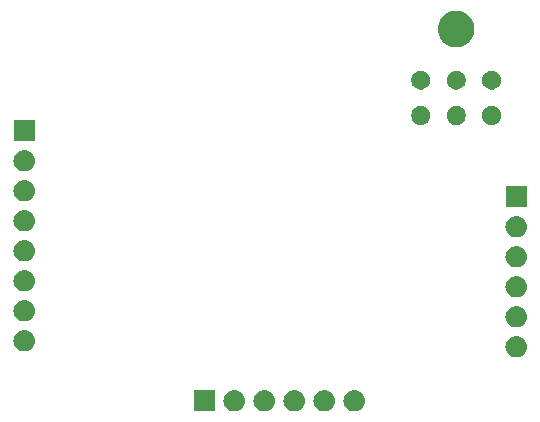
<source format=gbr>
G04 #@! TF.GenerationSoftware,KiCad,Pcbnew,(5.0.2)-1*
G04 #@! TF.CreationDate,2019-03-06T23:20:25-07:00*
G04 #@! TF.ProjectId,Sensor_Board,53656e73-6f72-45f4-926f-6172642e6b69,rev?*
G04 #@! TF.SameCoordinates,Original*
G04 #@! TF.FileFunction,Soldermask,Bot*
G04 #@! TF.FilePolarity,Negative*
%FSLAX46Y46*%
G04 Gerber Fmt 4.6, Leading zero omitted, Abs format (unit mm)*
G04 Created by KiCad (PCBNEW (5.0.2)-1) date 2019-03-06 11:20:25 PM*
%MOMM*%
%LPD*%
G01*
G04 APERTURE LIST*
%ADD10C,0.100000*%
G04 APERTURE END LIST*
D10*
G36*
X112886442Y-117469518D02*
X112952627Y-117476037D01*
X113065853Y-117510384D01*
X113122467Y-117527557D01*
X113261087Y-117601652D01*
X113278991Y-117611222D01*
X113314729Y-117640552D01*
X113416186Y-117723814D01*
X113499448Y-117825271D01*
X113528778Y-117861009D01*
X113528779Y-117861011D01*
X113612443Y-118017533D01*
X113612443Y-118017534D01*
X113663963Y-118187373D01*
X113681359Y-118364000D01*
X113663963Y-118540627D01*
X113629616Y-118653853D01*
X113612443Y-118710467D01*
X113538348Y-118849087D01*
X113528778Y-118866991D01*
X113499448Y-118902729D01*
X113416186Y-119004186D01*
X113314729Y-119087448D01*
X113278991Y-119116778D01*
X113278989Y-119116779D01*
X113122467Y-119200443D01*
X113065853Y-119217616D01*
X112952627Y-119251963D01*
X112886443Y-119258481D01*
X112820260Y-119265000D01*
X112731740Y-119265000D01*
X112665557Y-119258481D01*
X112599373Y-119251963D01*
X112486147Y-119217616D01*
X112429533Y-119200443D01*
X112273011Y-119116779D01*
X112273009Y-119116778D01*
X112237271Y-119087448D01*
X112135814Y-119004186D01*
X112052552Y-118902729D01*
X112023222Y-118866991D01*
X112013652Y-118849087D01*
X111939557Y-118710467D01*
X111922384Y-118653853D01*
X111888037Y-118540627D01*
X111870641Y-118364000D01*
X111888037Y-118187373D01*
X111939557Y-118017534D01*
X111939557Y-118017533D01*
X112023221Y-117861011D01*
X112023222Y-117861009D01*
X112052552Y-117825271D01*
X112135814Y-117723814D01*
X112237271Y-117640552D01*
X112273009Y-117611222D01*
X112290913Y-117601652D01*
X112429533Y-117527557D01*
X112486147Y-117510384D01*
X112599373Y-117476037D01*
X112665558Y-117469518D01*
X112731740Y-117463000D01*
X112820260Y-117463000D01*
X112886442Y-117469518D01*
X112886442Y-117469518D01*
G37*
G36*
X107806442Y-117469518D02*
X107872627Y-117476037D01*
X107985853Y-117510384D01*
X108042467Y-117527557D01*
X108181087Y-117601652D01*
X108198991Y-117611222D01*
X108234729Y-117640552D01*
X108336186Y-117723814D01*
X108419448Y-117825271D01*
X108448778Y-117861009D01*
X108448779Y-117861011D01*
X108532443Y-118017533D01*
X108532443Y-118017534D01*
X108583963Y-118187373D01*
X108601359Y-118364000D01*
X108583963Y-118540627D01*
X108549616Y-118653853D01*
X108532443Y-118710467D01*
X108458348Y-118849087D01*
X108448778Y-118866991D01*
X108419448Y-118902729D01*
X108336186Y-119004186D01*
X108234729Y-119087448D01*
X108198991Y-119116778D01*
X108198989Y-119116779D01*
X108042467Y-119200443D01*
X107985853Y-119217616D01*
X107872627Y-119251963D01*
X107806443Y-119258481D01*
X107740260Y-119265000D01*
X107651740Y-119265000D01*
X107585557Y-119258481D01*
X107519373Y-119251963D01*
X107406147Y-119217616D01*
X107349533Y-119200443D01*
X107193011Y-119116779D01*
X107193009Y-119116778D01*
X107157271Y-119087448D01*
X107055814Y-119004186D01*
X106972552Y-118902729D01*
X106943222Y-118866991D01*
X106933652Y-118849087D01*
X106859557Y-118710467D01*
X106842384Y-118653853D01*
X106808037Y-118540627D01*
X106790641Y-118364000D01*
X106808037Y-118187373D01*
X106859557Y-118017534D01*
X106859557Y-118017533D01*
X106943221Y-117861011D01*
X106943222Y-117861009D01*
X106972552Y-117825271D01*
X107055814Y-117723814D01*
X107157271Y-117640552D01*
X107193009Y-117611222D01*
X107210913Y-117601652D01*
X107349533Y-117527557D01*
X107406147Y-117510384D01*
X107519373Y-117476037D01*
X107585558Y-117469518D01*
X107651740Y-117463000D01*
X107740260Y-117463000D01*
X107806442Y-117469518D01*
X107806442Y-117469518D01*
G37*
G36*
X105266442Y-117469518D02*
X105332627Y-117476037D01*
X105445853Y-117510384D01*
X105502467Y-117527557D01*
X105641087Y-117601652D01*
X105658991Y-117611222D01*
X105694729Y-117640552D01*
X105796186Y-117723814D01*
X105879448Y-117825271D01*
X105908778Y-117861009D01*
X105908779Y-117861011D01*
X105992443Y-118017533D01*
X105992443Y-118017534D01*
X106043963Y-118187373D01*
X106061359Y-118364000D01*
X106043963Y-118540627D01*
X106009616Y-118653853D01*
X105992443Y-118710467D01*
X105918348Y-118849087D01*
X105908778Y-118866991D01*
X105879448Y-118902729D01*
X105796186Y-119004186D01*
X105694729Y-119087448D01*
X105658991Y-119116778D01*
X105658989Y-119116779D01*
X105502467Y-119200443D01*
X105445853Y-119217616D01*
X105332627Y-119251963D01*
X105266443Y-119258481D01*
X105200260Y-119265000D01*
X105111740Y-119265000D01*
X105045557Y-119258481D01*
X104979373Y-119251963D01*
X104866147Y-119217616D01*
X104809533Y-119200443D01*
X104653011Y-119116779D01*
X104653009Y-119116778D01*
X104617271Y-119087448D01*
X104515814Y-119004186D01*
X104432552Y-118902729D01*
X104403222Y-118866991D01*
X104393652Y-118849087D01*
X104319557Y-118710467D01*
X104302384Y-118653853D01*
X104268037Y-118540627D01*
X104250641Y-118364000D01*
X104268037Y-118187373D01*
X104319557Y-118017534D01*
X104319557Y-118017533D01*
X104403221Y-117861011D01*
X104403222Y-117861009D01*
X104432552Y-117825271D01*
X104515814Y-117723814D01*
X104617271Y-117640552D01*
X104653009Y-117611222D01*
X104670913Y-117601652D01*
X104809533Y-117527557D01*
X104866147Y-117510384D01*
X104979373Y-117476037D01*
X105045558Y-117469518D01*
X105111740Y-117463000D01*
X105200260Y-117463000D01*
X105266442Y-117469518D01*
X105266442Y-117469518D01*
G37*
G36*
X102726442Y-117469518D02*
X102792627Y-117476037D01*
X102905853Y-117510384D01*
X102962467Y-117527557D01*
X103101087Y-117601652D01*
X103118991Y-117611222D01*
X103154729Y-117640552D01*
X103256186Y-117723814D01*
X103339448Y-117825271D01*
X103368778Y-117861009D01*
X103368779Y-117861011D01*
X103452443Y-118017533D01*
X103452443Y-118017534D01*
X103503963Y-118187373D01*
X103521359Y-118364000D01*
X103503963Y-118540627D01*
X103469616Y-118653853D01*
X103452443Y-118710467D01*
X103378348Y-118849087D01*
X103368778Y-118866991D01*
X103339448Y-118902729D01*
X103256186Y-119004186D01*
X103154729Y-119087448D01*
X103118991Y-119116778D01*
X103118989Y-119116779D01*
X102962467Y-119200443D01*
X102905853Y-119217616D01*
X102792627Y-119251963D01*
X102726443Y-119258481D01*
X102660260Y-119265000D01*
X102571740Y-119265000D01*
X102505557Y-119258481D01*
X102439373Y-119251963D01*
X102326147Y-119217616D01*
X102269533Y-119200443D01*
X102113011Y-119116779D01*
X102113009Y-119116778D01*
X102077271Y-119087448D01*
X101975814Y-119004186D01*
X101892552Y-118902729D01*
X101863222Y-118866991D01*
X101853652Y-118849087D01*
X101779557Y-118710467D01*
X101762384Y-118653853D01*
X101728037Y-118540627D01*
X101710641Y-118364000D01*
X101728037Y-118187373D01*
X101779557Y-118017534D01*
X101779557Y-118017533D01*
X101863221Y-117861011D01*
X101863222Y-117861009D01*
X101892552Y-117825271D01*
X101975814Y-117723814D01*
X102077271Y-117640552D01*
X102113009Y-117611222D01*
X102130913Y-117601652D01*
X102269533Y-117527557D01*
X102326147Y-117510384D01*
X102439373Y-117476037D01*
X102505558Y-117469518D01*
X102571740Y-117463000D01*
X102660260Y-117463000D01*
X102726442Y-117469518D01*
X102726442Y-117469518D01*
G37*
G36*
X100977000Y-119265000D02*
X99175000Y-119265000D01*
X99175000Y-117463000D01*
X100977000Y-117463000D01*
X100977000Y-119265000D01*
X100977000Y-119265000D01*
G37*
G36*
X110346442Y-117469518D02*
X110412627Y-117476037D01*
X110525853Y-117510384D01*
X110582467Y-117527557D01*
X110721087Y-117601652D01*
X110738991Y-117611222D01*
X110774729Y-117640552D01*
X110876186Y-117723814D01*
X110959448Y-117825271D01*
X110988778Y-117861009D01*
X110988779Y-117861011D01*
X111072443Y-118017533D01*
X111072443Y-118017534D01*
X111123963Y-118187373D01*
X111141359Y-118364000D01*
X111123963Y-118540627D01*
X111089616Y-118653853D01*
X111072443Y-118710467D01*
X110998348Y-118849087D01*
X110988778Y-118866991D01*
X110959448Y-118902729D01*
X110876186Y-119004186D01*
X110774729Y-119087448D01*
X110738991Y-119116778D01*
X110738989Y-119116779D01*
X110582467Y-119200443D01*
X110525853Y-119217616D01*
X110412627Y-119251963D01*
X110346443Y-119258481D01*
X110280260Y-119265000D01*
X110191740Y-119265000D01*
X110125557Y-119258481D01*
X110059373Y-119251963D01*
X109946147Y-119217616D01*
X109889533Y-119200443D01*
X109733011Y-119116779D01*
X109733009Y-119116778D01*
X109697271Y-119087448D01*
X109595814Y-119004186D01*
X109512552Y-118902729D01*
X109483222Y-118866991D01*
X109473652Y-118849087D01*
X109399557Y-118710467D01*
X109382384Y-118653853D01*
X109348037Y-118540627D01*
X109330641Y-118364000D01*
X109348037Y-118187373D01*
X109399557Y-118017534D01*
X109399557Y-118017533D01*
X109483221Y-117861011D01*
X109483222Y-117861009D01*
X109512552Y-117825271D01*
X109595814Y-117723814D01*
X109697271Y-117640552D01*
X109733009Y-117611222D01*
X109750913Y-117601652D01*
X109889533Y-117527557D01*
X109946147Y-117510384D01*
X110059373Y-117476037D01*
X110125558Y-117469518D01*
X110191740Y-117463000D01*
X110280260Y-117463000D01*
X110346442Y-117469518D01*
X110346442Y-117469518D01*
G37*
G36*
X126602442Y-112897518D02*
X126668627Y-112904037D01*
X126779049Y-112937533D01*
X126838467Y-112955557D01*
X126977087Y-113029652D01*
X126994991Y-113039222D01*
X127030729Y-113068552D01*
X127132186Y-113151814D01*
X127215448Y-113253271D01*
X127244778Y-113289009D01*
X127244779Y-113289011D01*
X127328443Y-113445533D01*
X127345616Y-113502147D01*
X127379963Y-113615373D01*
X127397359Y-113792000D01*
X127379963Y-113968627D01*
X127359289Y-114036779D01*
X127328443Y-114138467D01*
X127303570Y-114185000D01*
X127244778Y-114294991D01*
X127215448Y-114330729D01*
X127132186Y-114432186D01*
X127030729Y-114515448D01*
X126994991Y-114544778D01*
X126994989Y-114544779D01*
X126838467Y-114628443D01*
X126781853Y-114645616D01*
X126668627Y-114679963D01*
X126602443Y-114686481D01*
X126536260Y-114693000D01*
X126447740Y-114693000D01*
X126381557Y-114686481D01*
X126315373Y-114679963D01*
X126202147Y-114645616D01*
X126145533Y-114628443D01*
X125989011Y-114544779D01*
X125989009Y-114544778D01*
X125953271Y-114515448D01*
X125851814Y-114432186D01*
X125768552Y-114330729D01*
X125739222Y-114294991D01*
X125680430Y-114185000D01*
X125655557Y-114138467D01*
X125624711Y-114036779D01*
X125604037Y-113968627D01*
X125586641Y-113792000D01*
X125604037Y-113615373D01*
X125638384Y-113502147D01*
X125655557Y-113445533D01*
X125739221Y-113289011D01*
X125739222Y-113289009D01*
X125768552Y-113253271D01*
X125851814Y-113151814D01*
X125953271Y-113068552D01*
X125989009Y-113039222D01*
X126006913Y-113029652D01*
X126145533Y-112955557D01*
X126204951Y-112937533D01*
X126315373Y-112904037D01*
X126381558Y-112897518D01*
X126447740Y-112891000D01*
X126536260Y-112891000D01*
X126602442Y-112897518D01*
X126602442Y-112897518D01*
G37*
G36*
X84946443Y-112389519D02*
X85012627Y-112396037D01*
X85125853Y-112430384D01*
X85182467Y-112447557D01*
X85321087Y-112521652D01*
X85338991Y-112531222D01*
X85374729Y-112560552D01*
X85476186Y-112643814D01*
X85559448Y-112745271D01*
X85588778Y-112781009D01*
X85588779Y-112781011D01*
X85672443Y-112937533D01*
X85672443Y-112937534D01*
X85723963Y-113107373D01*
X85741359Y-113284000D01*
X85723963Y-113460627D01*
X85689616Y-113573853D01*
X85672443Y-113630467D01*
X85598348Y-113769087D01*
X85588778Y-113786991D01*
X85584667Y-113792000D01*
X85476186Y-113924186D01*
X85374729Y-114007448D01*
X85338991Y-114036778D01*
X85338989Y-114036779D01*
X85182467Y-114120443D01*
X85125853Y-114137616D01*
X85012627Y-114171963D01*
X84946442Y-114178482D01*
X84880260Y-114185000D01*
X84791740Y-114185000D01*
X84725558Y-114178482D01*
X84659373Y-114171963D01*
X84546147Y-114137616D01*
X84489533Y-114120443D01*
X84333011Y-114036779D01*
X84333009Y-114036778D01*
X84297271Y-114007448D01*
X84195814Y-113924186D01*
X84087333Y-113792000D01*
X84083222Y-113786991D01*
X84073652Y-113769087D01*
X83999557Y-113630467D01*
X83982384Y-113573853D01*
X83948037Y-113460627D01*
X83930641Y-113284000D01*
X83948037Y-113107373D01*
X83999557Y-112937534D01*
X83999557Y-112937533D01*
X84083221Y-112781011D01*
X84083222Y-112781009D01*
X84112552Y-112745271D01*
X84195814Y-112643814D01*
X84297271Y-112560552D01*
X84333009Y-112531222D01*
X84350913Y-112521652D01*
X84489533Y-112447557D01*
X84546147Y-112430384D01*
X84659373Y-112396037D01*
X84725557Y-112389519D01*
X84791740Y-112383000D01*
X84880260Y-112383000D01*
X84946443Y-112389519D01*
X84946443Y-112389519D01*
G37*
G36*
X126602443Y-110357519D02*
X126668627Y-110364037D01*
X126779049Y-110397533D01*
X126838467Y-110415557D01*
X126977087Y-110489652D01*
X126994991Y-110499222D01*
X127030729Y-110528552D01*
X127132186Y-110611814D01*
X127215448Y-110713271D01*
X127244778Y-110749009D01*
X127244779Y-110749011D01*
X127328443Y-110905533D01*
X127345616Y-110962147D01*
X127379963Y-111075373D01*
X127397359Y-111252000D01*
X127379963Y-111428627D01*
X127359289Y-111496779D01*
X127328443Y-111598467D01*
X127303570Y-111645000D01*
X127244778Y-111754991D01*
X127215448Y-111790729D01*
X127132186Y-111892186D01*
X127030729Y-111975448D01*
X126994991Y-112004778D01*
X126994989Y-112004779D01*
X126838467Y-112088443D01*
X126781853Y-112105616D01*
X126668627Y-112139963D01*
X126602443Y-112146481D01*
X126536260Y-112153000D01*
X126447740Y-112153000D01*
X126381557Y-112146481D01*
X126315373Y-112139963D01*
X126202147Y-112105616D01*
X126145533Y-112088443D01*
X125989011Y-112004779D01*
X125989009Y-112004778D01*
X125953271Y-111975448D01*
X125851814Y-111892186D01*
X125768552Y-111790729D01*
X125739222Y-111754991D01*
X125680430Y-111645000D01*
X125655557Y-111598467D01*
X125624711Y-111496779D01*
X125604037Y-111428627D01*
X125586641Y-111252000D01*
X125604037Y-111075373D01*
X125638384Y-110962147D01*
X125655557Y-110905533D01*
X125739221Y-110749011D01*
X125739222Y-110749009D01*
X125768552Y-110713271D01*
X125851814Y-110611814D01*
X125953271Y-110528552D01*
X125989009Y-110499222D01*
X126006913Y-110489652D01*
X126145533Y-110415557D01*
X126204951Y-110397533D01*
X126315373Y-110364037D01*
X126381557Y-110357519D01*
X126447740Y-110351000D01*
X126536260Y-110351000D01*
X126602443Y-110357519D01*
X126602443Y-110357519D01*
G37*
G36*
X84946443Y-109849519D02*
X85012627Y-109856037D01*
X85125853Y-109890384D01*
X85182467Y-109907557D01*
X85321087Y-109981652D01*
X85338991Y-109991222D01*
X85374729Y-110020552D01*
X85476186Y-110103814D01*
X85559448Y-110205271D01*
X85588778Y-110241009D01*
X85588779Y-110241011D01*
X85672443Y-110397533D01*
X85672443Y-110397534D01*
X85723963Y-110567373D01*
X85741359Y-110744000D01*
X85723963Y-110920627D01*
X85689616Y-111033853D01*
X85672443Y-111090467D01*
X85598348Y-111229087D01*
X85588778Y-111246991D01*
X85584667Y-111252000D01*
X85476186Y-111384186D01*
X85374729Y-111467448D01*
X85338991Y-111496778D01*
X85338989Y-111496779D01*
X85182467Y-111580443D01*
X85125853Y-111597616D01*
X85012627Y-111631963D01*
X84946443Y-111638481D01*
X84880260Y-111645000D01*
X84791740Y-111645000D01*
X84725557Y-111638481D01*
X84659373Y-111631963D01*
X84546147Y-111597616D01*
X84489533Y-111580443D01*
X84333011Y-111496779D01*
X84333009Y-111496778D01*
X84297271Y-111467448D01*
X84195814Y-111384186D01*
X84087333Y-111252000D01*
X84083222Y-111246991D01*
X84073652Y-111229087D01*
X83999557Y-111090467D01*
X83982384Y-111033853D01*
X83948037Y-110920627D01*
X83930641Y-110744000D01*
X83948037Y-110567373D01*
X83999557Y-110397534D01*
X83999557Y-110397533D01*
X84083221Y-110241011D01*
X84083222Y-110241009D01*
X84112552Y-110205271D01*
X84195814Y-110103814D01*
X84297271Y-110020552D01*
X84333009Y-109991222D01*
X84350913Y-109981652D01*
X84489533Y-109907557D01*
X84546147Y-109890384D01*
X84659373Y-109856037D01*
X84725557Y-109849519D01*
X84791740Y-109843000D01*
X84880260Y-109843000D01*
X84946443Y-109849519D01*
X84946443Y-109849519D01*
G37*
G36*
X126602443Y-107817519D02*
X126668627Y-107824037D01*
X126779049Y-107857533D01*
X126838467Y-107875557D01*
X126977087Y-107949652D01*
X126994991Y-107959222D01*
X127030729Y-107988552D01*
X127132186Y-108071814D01*
X127215448Y-108173271D01*
X127244778Y-108209009D01*
X127244779Y-108209011D01*
X127328443Y-108365533D01*
X127345616Y-108422147D01*
X127379963Y-108535373D01*
X127397359Y-108712000D01*
X127379963Y-108888627D01*
X127359289Y-108956779D01*
X127328443Y-109058467D01*
X127303570Y-109105000D01*
X127244778Y-109214991D01*
X127215448Y-109250729D01*
X127132186Y-109352186D01*
X127030729Y-109435448D01*
X126994991Y-109464778D01*
X126994989Y-109464779D01*
X126838467Y-109548443D01*
X126781853Y-109565616D01*
X126668627Y-109599963D01*
X126602442Y-109606482D01*
X126536260Y-109613000D01*
X126447740Y-109613000D01*
X126381558Y-109606482D01*
X126315373Y-109599963D01*
X126202147Y-109565616D01*
X126145533Y-109548443D01*
X125989011Y-109464779D01*
X125989009Y-109464778D01*
X125953271Y-109435448D01*
X125851814Y-109352186D01*
X125768552Y-109250729D01*
X125739222Y-109214991D01*
X125680430Y-109105000D01*
X125655557Y-109058467D01*
X125624711Y-108956779D01*
X125604037Y-108888627D01*
X125586641Y-108712000D01*
X125604037Y-108535373D01*
X125638384Y-108422147D01*
X125655557Y-108365533D01*
X125739221Y-108209011D01*
X125739222Y-108209009D01*
X125768552Y-108173271D01*
X125851814Y-108071814D01*
X125953271Y-107988552D01*
X125989009Y-107959222D01*
X126006913Y-107949652D01*
X126145533Y-107875557D01*
X126204951Y-107857533D01*
X126315373Y-107824037D01*
X126381557Y-107817519D01*
X126447740Y-107811000D01*
X126536260Y-107811000D01*
X126602443Y-107817519D01*
X126602443Y-107817519D01*
G37*
G36*
X84946442Y-107309518D02*
X85012627Y-107316037D01*
X85125853Y-107350384D01*
X85182467Y-107367557D01*
X85321087Y-107441652D01*
X85338991Y-107451222D01*
X85374729Y-107480552D01*
X85476186Y-107563814D01*
X85559448Y-107665271D01*
X85588778Y-107701009D01*
X85588779Y-107701011D01*
X85672443Y-107857533D01*
X85672443Y-107857534D01*
X85723963Y-108027373D01*
X85741359Y-108204000D01*
X85723963Y-108380627D01*
X85689616Y-108493853D01*
X85672443Y-108550467D01*
X85598348Y-108689087D01*
X85588778Y-108706991D01*
X85584667Y-108712000D01*
X85476186Y-108844186D01*
X85374729Y-108927448D01*
X85338991Y-108956778D01*
X85338989Y-108956779D01*
X85182467Y-109040443D01*
X85125853Y-109057616D01*
X85012627Y-109091963D01*
X84946443Y-109098481D01*
X84880260Y-109105000D01*
X84791740Y-109105000D01*
X84725557Y-109098481D01*
X84659373Y-109091963D01*
X84546147Y-109057616D01*
X84489533Y-109040443D01*
X84333011Y-108956779D01*
X84333009Y-108956778D01*
X84297271Y-108927448D01*
X84195814Y-108844186D01*
X84087333Y-108712000D01*
X84083222Y-108706991D01*
X84073652Y-108689087D01*
X83999557Y-108550467D01*
X83982384Y-108493853D01*
X83948037Y-108380627D01*
X83930641Y-108204000D01*
X83948037Y-108027373D01*
X83999557Y-107857534D01*
X83999557Y-107857533D01*
X84083221Y-107701011D01*
X84083222Y-107701009D01*
X84112552Y-107665271D01*
X84195814Y-107563814D01*
X84297271Y-107480552D01*
X84333009Y-107451222D01*
X84350913Y-107441652D01*
X84489533Y-107367557D01*
X84546147Y-107350384D01*
X84659373Y-107316037D01*
X84725558Y-107309518D01*
X84791740Y-107303000D01*
X84880260Y-107303000D01*
X84946442Y-107309518D01*
X84946442Y-107309518D01*
G37*
G36*
X126602443Y-105277519D02*
X126668627Y-105284037D01*
X126779049Y-105317533D01*
X126838467Y-105335557D01*
X126977087Y-105409652D01*
X126994991Y-105419222D01*
X127030729Y-105448552D01*
X127132186Y-105531814D01*
X127215448Y-105633271D01*
X127244778Y-105669009D01*
X127244779Y-105669011D01*
X127328443Y-105825533D01*
X127345616Y-105882147D01*
X127379963Y-105995373D01*
X127397359Y-106172000D01*
X127379963Y-106348627D01*
X127359289Y-106416779D01*
X127328443Y-106518467D01*
X127303570Y-106565000D01*
X127244778Y-106674991D01*
X127215448Y-106710729D01*
X127132186Y-106812186D01*
X127030729Y-106895448D01*
X126994991Y-106924778D01*
X126994989Y-106924779D01*
X126838467Y-107008443D01*
X126781853Y-107025616D01*
X126668627Y-107059963D01*
X126602443Y-107066481D01*
X126536260Y-107073000D01*
X126447740Y-107073000D01*
X126381557Y-107066481D01*
X126315373Y-107059963D01*
X126202147Y-107025616D01*
X126145533Y-107008443D01*
X125989011Y-106924779D01*
X125989009Y-106924778D01*
X125953271Y-106895448D01*
X125851814Y-106812186D01*
X125768552Y-106710729D01*
X125739222Y-106674991D01*
X125680430Y-106565000D01*
X125655557Y-106518467D01*
X125624711Y-106416779D01*
X125604037Y-106348627D01*
X125586641Y-106172000D01*
X125604037Y-105995373D01*
X125638384Y-105882147D01*
X125655557Y-105825533D01*
X125739221Y-105669011D01*
X125739222Y-105669009D01*
X125768552Y-105633271D01*
X125851814Y-105531814D01*
X125953271Y-105448552D01*
X125989009Y-105419222D01*
X126006913Y-105409652D01*
X126145533Y-105335557D01*
X126204951Y-105317533D01*
X126315373Y-105284037D01*
X126381557Y-105277519D01*
X126447740Y-105271000D01*
X126536260Y-105271000D01*
X126602443Y-105277519D01*
X126602443Y-105277519D01*
G37*
G36*
X84946442Y-104769518D02*
X85012627Y-104776037D01*
X85125853Y-104810384D01*
X85182467Y-104827557D01*
X85321087Y-104901652D01*
X85338991Y-104911222D01*
X85374729Y-104940552D01*
X85476186Y-105023814D01*
X85559448Y-105125271D01*
X85588778Y-105161009D01*
X85588779Y-105161011D01*
X85672443Y-105317533D01*
X85672443Y-105317534D01*
X85723963Y-105487373D01*
X85741359Y-105664000D01*
X85723963Y-105840627D01*
X85689616Y-105953853D01*
X85672443Y-106010467D01*
X85598348Y-106149087D01*
X85588778Y-106166991D01*
X85584667Y-106172000D01*
X85476186Y-106304186D01*
X85374729Y-106387448D01*
X85338991Y-106416778D01*
X85338989Y-106416779D01*
X85182467Y-106500443D01*
X85125853Y-106517616D01*
X85012627Y-106551963D01*
X84946442Y-106558482D01*
X84880260Y-106565000D01*
X84791740Y-106565000D01*
X84725558Y-106558482D01*
X84659373Y-106551963D01*
X84546147Y-106517616D01*
X84489533Y-106500443D01*
X84333011Y-106416779D01*
X84333009Y-106416778D01*
X84297271Y-106387448D01*
X84195814Y-106304186D01*
X84087333Y-106172000D01*
X84083222Y-106166991D01*
X84073652Y-106149087D01*
X83999557Y-106010467D01*
X83982384Y-105953853D01*
X83948037Y-105840627D01*
X83930641Y-105664000D01*
X83948037Y-105487373D01*
X83999557Y-105317534D01*
X83999557Y-105317533D01*
X84083221Y-105161011D01*
X84083222Y-105161009D01*
X84112552Y-105125271D01*
X84195814Y-105023814D01*
X84297271Y-104940552D01*
X84333009Y-104911222D01*
X84350913Y-104901652D01*
X84489533Y-104827557D01*
X84546147Y-104810384D01*
X84659373Y-104776037D01*
X84725558Y-104769518D01*
X84791740Y-104763000D01*
X84880260Y-104763000D01*
X84946442Y-104769518D01*
X84946442Y-104769518D01*
G37*
G36*
X126602443Y-102737519D02*
X126668627Y-102744037D01*
X126779049Y-102777533D01*
X126838467Y-102795557D01*
X126977087Y-102869652D01*
X126994991Y-102879222D01*
X127030729Y-102908552D01*
X127132186Y-102991814D01*
X127215448Y-103093271D01*
X127244778Y-103129009D01*
X127244779Y-103129011D01*
X127328443Y-103285533D01*
X127345616Y-103342147D01*
X127379963Y-103455373D01*
X127397359Y-103632000D01*
X127379963Y-103808627D01*
X127359289Y-103876779D01*
X127328443Y-103978467D01*
X127303570Y-104025000D01*
X127244778Y-104134991D01*
X127215448Y-104170729D01*
X127132186Y-104272186D01*
X127030729Y-104355448D01*
X126994991Y-104384778D01*
X126994989Y-104384779D01*
X126838467Y-104468443D01*
X126781853Y-104485616D01*
X126668627Y-104519963D01*
X126602443Y-104526481D01*
X126536260Y-104533000D01*
X126447740Y-104533000D01*
X126381557Y-104526481D01*
X126315373Y-104519963D01*
X126202147Y-104485616D01*
X126145533Y-104468443D01*
X125989011Y-104384779D01*
X125989009Y-104384778D01*
X125953271Y-104355448D01*
X125851814Y-104272186D01*
X125768552Y-104170729D01*
X125739222Y-104134991D01*
X125680430Y-104025000D01*
X125655557Y-103978467D01*
X125624711Y-103876779D01*
X125604037Y-103808627D01*
X125586641Y-103632000D01*
X125604037Y-103455373D01*
X125638384Y-103342147D01*
X125655557Y-103285533D01*
X125739221Y-103129011D01*
X125739222Y-103129009D01*
X125768552Y-103093271D01*
X125851814Y-102991814D01*
X125953271Y-102908552D01*
X125989009Y-102879222D01*
X126006913Y-102869652D01*
X126145533Y-102795557D01*
X126204951Y-102777533D01*
X126315373Y-102744037D01*
X126381557Y-102737519D01*
X126447740Y-102731000D01*
X126536260Y-102731000D01*
X126602443Y-102737519D01*
X126602443Y-102737519D01*
G37*
G36*
X84946443Y-102229519D02*
X85012627Y-102236037D01*
X85125853Y-102270384D01*
X85182467Y-102287557D01*
X85321087Y-102361652D01*
X85338991Y-102371222D01*
X85374729Y-102400552D01*
X85476186Y-102483814D01*
X85559448Y-102585271D01*
X85588778Y-102621009D01*
X85588779Y-102621011D01*
X85672443Y-102777533D01*
X85672443Y-102777534D01*
X85723963Y-102947373D01*
X85741359Y-103124000D01*
X85723963Y-103300627D01*
X85689616Y-103413853D01*
X85672443Y-103470467D01*
X85598348Y-103609087D01*
X85588778Y-103626991D01*
X85584667Y-103632000D01*
X85476186Y-103764186D01*
X85374729Y-103847448D01*
X85338991Y-103876778D01*
X85338989Y-103876779D01*
X85182467Y-103960443D01*
X85125853Y-103977616D01*
X85012627Y-104011963D01*
X84946443Y-104018481D01*
X84880260Y-104025000D01*
X84791740Y-104025000D01*
X84725557Y-104018481D01*
X84659373Y-104011963D01*
X84546147Y-103977616D01*
X84489533Y-103960443D01*
X84333011Y-103876779D01*
X84333009Y-103876778D01*
X84297271Y-103847448D01*
X84195814Y-103764186D01*
X84087333Y-103632000D01*
X84083222Y-103626991D01*
X84073652Y-103609087D01*
X83999557Y-103470467D01*
X83982384Y-103413853D01*
X83948037Y-103300627D01*
X83930641Y-103124000D01*
X83948037Y-102947373D01*
X83999557Y-102777534D01*
X83999557Y-102777533D01*
X84083221Y-102621011D01*
X84083222Y-102621009D01*
X84112552Y-102585271D01*
X84195814Y-102483814D01*
X84297271Y-102400552D01*
X84333009Y-102371222D01*
X84350913Y-102361652D01*
X84489533Y-102287557D01*
X84546147Y-102270384D01*
X84659373Y-102236037D01*
X84725557Y-102229519D01*
X84791740Y-102223000D01*
X84880260Y-102223000D01*
X84946443Y-102229519D01*
X84946443Y-102229519D01*
G37*
G36*
X127393000Y-101993000D02*
X125591000Y-101993000D01*
X125591000Y-100191000D01*
X127393000Y-100191000D01*
X127393000Y-101993000D01*
X127393000Y-101993000D01*
G37*
G36*
X84946442Y-99689518D02*
X85012627Y-99696037D01*
X85125853Y-99730384D01*
X85182467Y-99747557D01*
X85321087Y-99821652D01*
X85338991Y-99831222D01*
X85374729Y-99860552D01*
X85476186Y-99943814D01*
X85559448Y-100045271D01*
X85588778Y-100081009D01*
X85588779Y-100081011D01*
X85672443Y-100237533D01*
X85672443Y-100237534D01*
X85723963Y-100407373D01*
X85741359Y-100584000D01*
X85723963Y-100760627D01*
X85689616Y-100873853D01*
X85672443Y-100930467D01*
X85598348Y-101069087D01*
X85588778Y-101086991D01*
X85559448Y-101122729D01*
X85476186Y-101224186D01*
X85374729Y-101307448D01*
X85338991Y-101336778D01*
X85338989Y-101336779D01*
X85182467Y-101420443D01*
X85125853Y-101437616D01*
X85012627Y-101471963D01*
X84946443Y-101478481D01*
X84880260Y-101485000D01*
X84791740Y-101485000D01*
X84725557Y-101478481D01*
X84659373Y-101471963D01*
X84546147Y-101437616D01*
X84489533Y-101420443D01*
X84333011Y-101336779D01*
X84333009Y-101336778D01*
X84297271Y-101307448D01*
X84195814Y-101224186D01*
X84112552Y-101122729D01*
X84083222Y-101086991D01*
X84073652Y-101069087D01*
X83999557Y-100930467D01*
X83982384Y-100873853D01*
X83948037Y-100760627D01*
X83930641Y-100584000D01*
X83948037Y-100407373D01*
X83999557Y-100237534D01*
X83999557Y-100237533D01*
X84083221Y-100081011D01*
X84083222Y-100081009D01*
X84112552Y-100045271D01*
X84195814Y-99943814D01*
X84297271Y-99860552D01*
X84333009Y-99831222D01*
X84350913Y-99821652D01*
X84489533Y-99747557D01*
X84546147Y-99730384D01*
X84659373Y-99696037D01*
X84725558Y-99689518D01*
X84791740Y-99683000D01*
X84880260Y-99683000D01*
X84946442Y-99689518D01*
X84946442Y-99689518D01*
G37*
G36*
X84946443Y-97149519D02*
X85012627Y-97156037D01*
X85125853Y-97190384D01*
X85182467Y-97207557D01*
X85321087Y-97281652D01*
X85338991Y-97291222D01*
X85374729Y-97320552D01*
X85476186Y-97403814D01*
X85559448Y-97505271D01*
X85588778Y-97541009D01*
X85588779Y-97541011D01*
X85672443Y-97697533D01*
X85672443Y-97697534D01*
X85723963Y-97867373D01*
X85741359Y-98044000D01*
X85723963Y-98220627D01*
X85689616Y-98333853D01*
X85672443Y-98390467D01*
X85598348Y-98529087D01*
X85588778Y-98546991D01*
X85559448Y-98582729D01*
X85476186Y-98684186D01*
X85374729Y-98767448D01*
X85338991Y-98796778D01*
X85338989Y-98796779D01*
X85182467Y-98880443D01*
X85125853Y-98897616D01*
X85012627Y-98931963D01*
X84946443Y-98938481D01*
X84880260Y-98945000D01*
X84791740Y-98945000D01*
X84725558Y-98938482D01*
X84659373Y-98931963D01*
X84546147Y-98897616D01*
X84489533Y-98880443D01*
X84333011Y-98796779D01*
X84333009Y-98796778D01*
X84297271Y-98767448D01*
X84195814Y-98684186D01*
X84112552Y-98582729D01*
X84083222Y-98546991D01*
X84073652Y-98529087D01*
X83999557Y-98390467D01*
X83982384Y-98333853D01*
X83948037Y-98220627D01*
X83930641Y-98044000D01*
X83948037Y-97867373D01*
X83999557Y-97697534D01*
X83999557Y-97697533D01*
X84083221Y-97541011D01*
X84083222Y-97541009D01*
X84112552Y-97505271D01*
X84195814Y-97403814D01*
X84297271Y-97320552D01*
X84333009Y-97291222D01*
X84350913Y-97281652D01*
X84489533Y-97207557D01*
X84546147Y-97190384D01*
X84659373Y-97156037D01*
X84725557Y-97149519D01*
X84791740Y-97143000D01*
X84880260Y-97143000D01*
X84946443Y-97149519D01*
X84946443Y-97149519D01*
G37*
G36*
X85737000Y-96405000D02*
X83935000Y-96405000D01*
X83935000Y-94603000D01*
X85737000Y-94603000D01*
X85737000Y-96405000D01*
X85737000Y-96405000D01*
G37*
G36*
X118645643Y-93445781D02*
X118791415Y-93506162D01*
X118922611Y-93593824D01*
X119034176Y-93705389D01*
X119121838Y-93836585D01*
X119182219Y-93982357D01*
X119213000Y-94137107D01*
X119213000Y-94294893D01*
X119182219Y-94449643D01*
X119121838Y-94595415D01*
X119034176Y-94726611D01*
X118922611Y-94838176D01*
X118791415Y-94925838D01*
X118645643Y-94986219D01*
X118490893Y-95017000D01*
X118333107Y-95017000D01*
X118178357Y-94986219D01*
X118032585Y-94925838D01*
X117901389Y-94838176D01*
X117789824Y-94726611D01*
X117702162Y-94595415D01*
X117641781Y-94449643D01*
X117611000Y-94294893D01*
X117611000Y-94137107D01*
X117641781Y-93982357D01*
X117702162Y-93836585D01*
X117789824Y-93705389D01*
X117901389Y-93593824D01*
X118032585Y-93506162D01*
X118178357Y-93445781D01*
X118333107Y-93415000D01*
X118490893Y-93415000D01*
X118645643Y-93445781D01*
X118645643Y-93445781D01*
G37*
G36*
X121645643Y-93445781D02*
X121791415Y-93506162D01*
X121922611Y-93593824D01*
X122034176Y-93705389D01*
X122121838Y-93836585D01*
X122182219Y-93982357D01*
X122213000Y-94137107D01*
X122213000Y-94294893D01*
X122182219Y-94449643D01*
X122121838Y-94595415D01*
X122034176Y-94726611D01*
X121922611Y-94838176D01*
X121791415Y-94925838D01*
X121645643Y-94986219D01*
X121490893Y-95017000D01*
X121333107Y-95017000D01*
X121178357Y-94986219D01*
X121032585Y-94925838D01*
X120901389Y-94838176D01*
X120789824Y-94726611D01*
X120702162Y-94595415D01*
X120641781Y-94449643D01*
X120611000Y-94294893D01*
X120611000Y-94137107D01*
X120641781Y-93982357D01*
X120702162Y-93836585D01*
X120789824Y-93705389D01*
X120901389Y-93593824D01*
X121032585Y-93506162D01*
X121178357Y-93445781D01*
X121333107Y-93415000D01*
X121490893Y-93415000D01*
X121645643Y-93445781D01*
X121645643Y-93445781D01*
G37*
G36*
X124645643Y-93445781D02*
X124791415Y-93506162D01*
X124922611Y-93593824D01*
X125034176Y-93705389D01*
X125121838Y-93836585D01*
X125182219Y-93982357D01*
X125213000Y-94137107D01*
X125213000Y-94294893D01*
X125182219Y-94449643D01*
X125121838Y-94595415D01*
X125034176Y-94726611D01*
X124922611Y-94838176D01*
X124791415Y-94925838D01*
X124645643Y-94986219D01*
X124490893Y-95017000D01*
X124333107Y-95017000D01*
X124178357Y-94986219D01*
X124032585Y-94925838D01*
X123901389Y-94838176D01*
X123789824Y-94726611D01*
X123702162Y-94595415D01*
X123641781Y-94449643D01*
X123611000Y-94294893D01*
X123611000Y-94137107D01*
X123641781Y-93982357D01*
X123702162Y-93836585D01*
X123789824Y-93705389D01*
X123901389Y-93593824D01*
X124032585Y-93506162D01*
X124178357Y-93445781D01*
X124333107Y-93415000D01*
X124490893Y-93415000D01*
X124645643Y-93445781D01*
X124645643Y-93445781D01*
G37*
G36*
X118645643Y-90445781D02*
X118791415Y-90506162D01*
X118922611Y-90593824D01*
X119034176Y-90705389D01*
X119121838Y-90836585D01*
X119182219Y-90982357D01*
X119213000Y-91137107D01*
X119213000Y-91294893D01*
X119182219Y-91449643D01*
X119121838Y-91595415D01*
X119034176Y-91726611D01*
X118922611Y-91838176D01*
X118791415Y-91925838D01*
X118645643Y-91986219D01*
X118490893Y-92017000D01*
X118333107Y-92017000D01*
X118178357Y-91986219D01*
X118032585Y-91925838D01*
X117901389Y-91838176D01*
X117789824Y-91726611D01*
X117702162Y-91595415D01*
X117641781Y-91449643D01*
X117611000Y-91294893D01*
X117611000Y-91137107D01*
X117641781Y-90982357D01*
X117702162Y-90836585D01*
X117789824Y-90705389D01*
X117901389Y-90593824D01*
X118032585Y-90506162D01*
X118178357Y-90445781D01*
X118333107Y-90415000D01*
X118490893Y-90415000D01*
X118645643Y-90445781D01*
X118645643Y-90445781D01*
G37*
G36*
X121645643Y-90445781D02*
X121791415Y-90506162D01*
X121922611Y-90593824D01*
X122034176Y-90705389D01*
X122121838Y-90836585D01*
X122182219Y-90982357D01*
X122213000Y-91137107D01*
X122213000Y-91294893D01*
X122182219Y-91449643D01*
X122121838Y-91595415D01*
X122034176Y-91726611D01*
X121922611Y-91838176D01*
X121791415Y-91925838D01*
X121645643Y-91986219D01*
X121490893Y-92017000D01*
X121333107Y-92017000D01*
X121178357Y-91986219D01*
X121032585Y-91925838D01*
X120901389Y-91838176D01*
X120789824Y-91726611D01*
X120702162Y-91595415D01*
X120641781Y-91449643D01*
X120611000Y-91294893D01*
X120611000Y-91137107D01*
X120641781Y-90982357D01*
X120702162Y-90836585D01*
X120789824Y-90705389D01*
X120901389Y-90593824D01*
X121032585Y-90506162D01*
X121178357Y-90445781D01*
X121333107Y-90415000D01*
X121490893Y-90415000D01*
X121645643Y-90445781D01*
X121645643Y-90445781D01*
G37*
G36*
X124645643Y-90445781D02*
X124791415Y-90506162D01*
X124922611Y-90593824D01*
X125034176Y-90705389D01*
X125121838Y-90836585D01*
X125182219Y-90982357D01*
X125213000Y-91137107D01*
X125213000Y-91294893D01*
X125182219Y-91449643D01*
X125121838Y-91595415D01*
X125034176Y-91726611D01*
X124922611Y-91838176D01*
X124791415Y-91925838D01*
X124645643Y-91986219D01*
X124490893Y-92017000D01*
X124333107Y-92017000D01*
X124178357Y-91986219D01*
X124032585Y-91925838D01*
X123901389Y-91838176D01*
X123789824Y-91726611D01*
X123702162Y-91595415D01*
X123641781Y-91449643D01*
X123611000Y-91294893D01*
X123611000Y-91137107D01*
X123641781Y-90982357D01*
X123702162Y-90836585D01*
X123789824Y-90705389D01*
X123901389Y-90593824D01*
X124032585Y-90506162D01*
X124178357Y-90445781D01*
X124333107Y-90415000D01*
X124490893Y-90415000D01*
X124645643Y-90445781D01*
X124645643Y-90445781D01*
G37*
G36*
X121764527Y-85384736D02*
X121864410Y-85404604D01*
X122146674Y-85521521D01*
X122400705Y-85691259D01*
X122616741Y-85907295D01*
X122786479Y-86161326D01*
X122903396Y-86443590D01*
X122963000Y-86743240D01*
X122963000Y-87048760D01*
X122903396Y-87348410D01*
X122786479Y-87630674D01*
X122616741Y-87884705D01*
X122400705Y-88100741D01*
X122146674Y-88270479D01*
X121864410Y-88387396D01*
X121764527Y-88407264D01*
X121564762Y-88447000D01*
X121259238Y-88447000D01*
X121059473Y-88407264D01*
X120959590Y-88387396D01*
X120677326Y-88270479D01*
X120423295Y-88100741D01*
X120207259Y-87884705D01*
X120037521Y-87630674D01*
X119920604Y-87348410D01*
X119861000Y-87048760D01*
X119861000Y-86743240D01*
X119920604Y-86443590D01*
X120037521Y-86161326D01*
X120207259Y-85907295D01*
X120423295Y-85691259D01*
X120677326Y-85521521D01*
X120959590Y-85404604D01*
X121059473Y-85384736D01*
X121259238Y-85345000D01*
X121564762Y-85345000D01*
X121764527Y-85384736D01*
X121764527Y-85384736D01*
G37*
M02*

</source>
